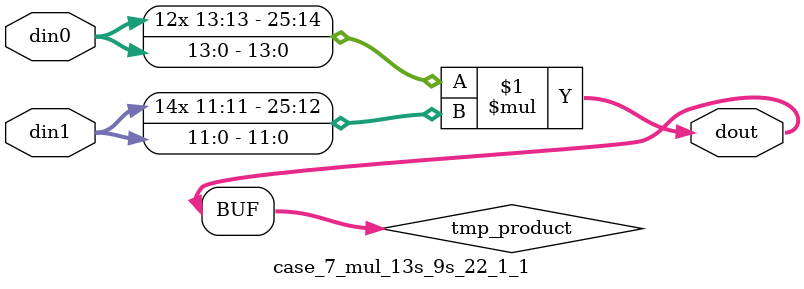
<source format=v>

`timescale 1 ns / 1 ps

 (* use_dsp = "no" *)  module case_7_mul_13s_9s_22_1_1(din0, din1, dout);
parameter ID = 1;
parameter NUM_STAGE = 0;
parameter din0_WIDTH = 14;
parameter din1_WIDTH = 12;
parameter dout_WIDTH = 26;

input [din0_WIDTH - 1 : 0] din0; 
input [din1_WIDTH - 1 : 0] din1; 
output [dout_WIDTH - 1 : 0] dout;

wire signed [dout_WIDTH - 1 : 0] tmp_product;



























assign tmp_product = $signed(din0) * $signed(din1);








assign dout = tmp_product;





















endmodule

</source>
